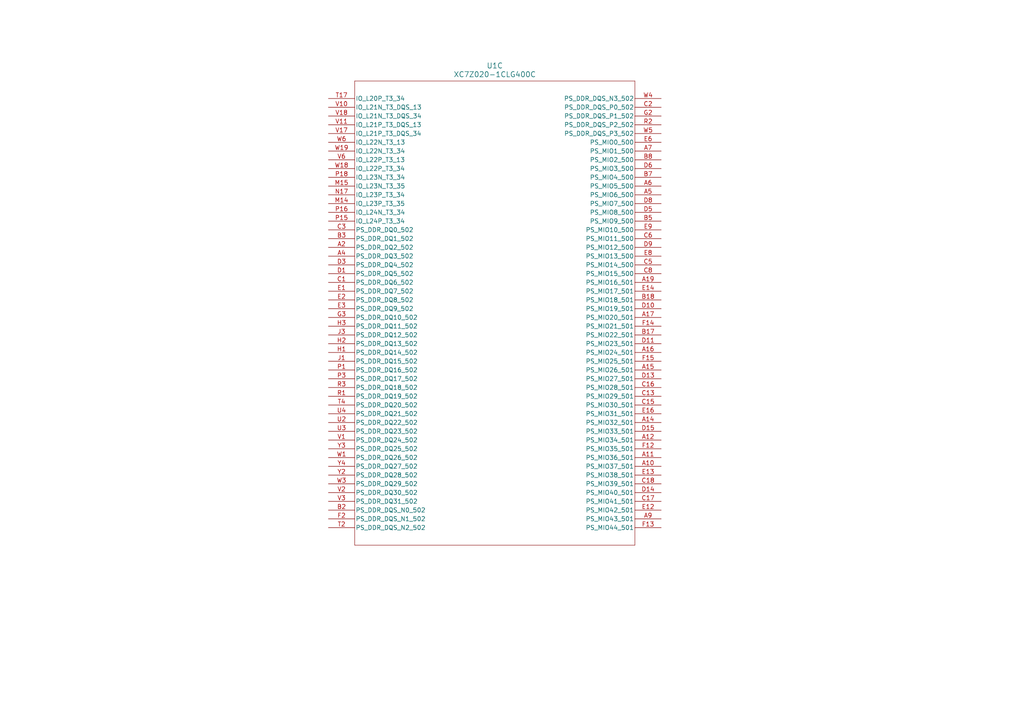
<source format=kicad_sch>
(kicad_sch (version 20231120) (generator "eeschema") (generator_version "8.0")
  (paper "A4")
  (lib_symbols
    (symbol "ZYNC-7020/XC7Z020-1CLG400C:XC7Z020-1CLG400C" (pin_names (offset 0.254))
      (property "Reference" "U" (at 43.18 10.16 0))
      (property "Value" "XC7Z020-1CLG400C" (at 43.18 7.62 0))
      (symbol "XC7Z020-1CLG400C_1_1"
        (polyline (pts (xy 7.62 -91.44) (xy 78.74 -91.44)) (stroke (width 0.127)))
        (polyline (pts (xy 7.62 5.08) (xy 7.62 -91.44)) (stroke (width 0.127)))
        (polyline (pts (xy 78.74 -91.44) (xy 78.74 5.08)) (stroke (width 0.127)))
        (polyline (pts (xy 78.74 5.08) (xy 7.62 5.08)) (stroke (width 0.127)))
        (pin output line (at 86.36 -58.42 180) (length 7.62) (name "PS_DDR_DM0_502") (number "A1"))
        (pin input line (at 0 -12.7 0) (length 7.62) (name "PS_SRST_B_501") (number "B10"))
        (pin output line (at 86.36 -68.58 180) (length 7.62) (name "PS_DDR_DRST_B_502") (number "B4"))
        (pin input line (at 0 -10.16 0) (length 7.62) (name "PS_POR_B_500") (number "C7"))
        (pin output line (at 86.36 -33.02 180) (length 7.62) (name "PS_DDR_A13_502") (number "D4"))
        (pin output line (at 86.36 -30.48 180) (length 7.62) (name "PS_DDR_A12_502") (number "E4"))
        (pin input line (at 0 -7.62 0) (length 7.62) (name "PS_CLK_500") (number "E7"))
        (pin output line (at 86.36 -60.96 180) (length 7.62) (name "PS_DDR_DM1_502") (number "F1"))
        (pin output line (at 86.36 -35.56 180) (length 7.62) (name "PS_DDR_A14_502") (number "F4"))
        (pin output line (at 86.36 -25.4 180) (length 7.62) (name "PS_DDR_A10_502") (number "F5"))
        (pin output line (at 86.36 -86.36 180) (length 7.62) (name "TDO_0") (number "F6"))
        (pin input line (at 0 -15.24 0) (length 7.62) (name "TCK_0") (number "F9"))
        (pin bidirectional line (at 0 -43.18 0) (length 7.62) (name "IO_0_35") (number "G14"))
        (pin output line (at 86.36 -27.94 180) (length 7.62) (name "PS_DDR_A11_502") (number "G4"))
        (pin output line (at 86.36 -76.2 180) (length 7.62) (name "PS_DDR_VRN_502") (number "G5"))
        (pin input line (at 0 -17.78 0) (length 7.62) (name "TDI_0") (number "G6"))
        (pin output line (at 86.36 -78.74 180) (length 7.62) (name "PS_DDR_VRP_502") (number "H5"))
        (pin bidirectional line (at 0 -50.8 0) (length 7.62) (name "IO_25_35") (number "J15"))
        (pin output line (at 86.36 -22.86 180) (length 7.62) (name "PS_DDR_A9_502") (number "J4"))
        (pin output line (at 86.36 -43.18 180) (length 7.62) (name "PS_DDR_BA2_502") (number "J5"))
        (pin input line (at 0 -20.32 0) (length 7.62) (name "TMS_0") (number "J6"))
        (pin output line (at 86.36 -20.32 180) (length 7.62) (name "PS_DDR_A8_502") (number "K1"))
        (pin output line (at 86.36 -2.54 180) (length 7.62) (name "PS_DDR_A1_502") (number "K2"))
        (pin output line (at 86.36 -7.62 180) (length 7.62) (name "PS_DDR_A3_502") (number "K3"))
        (pin output line (at 86.36 -17.78 180) (length 7.62) (name "PS_DDR_A7_502") (number "K4"))
        (pin input line (at 0 -25.4 0) (length 7.62) (name "VP_0") (number "K9"))
        (pin output line (at 86.36 -12.7 180) (length 7.62) (name "PS_DDR_A5_502") (number "L1"))
        (pin input line (at 0 -22.86 0) (length 7.62) (name "VN_0") (number "L10"))
        (pin output line (at 86.36 -53.34 180) (length 7.62) (name "PS_DDR_CKP_502") (number "L2"))
        (pin output line (at 86.36 -15.24 180) (length 7.62) (name "PS_DDR_A6_502") (number "L4"))
        (pin output line (at 86.36 -38.1 180) (length 7.62) (name "PS_DDR_BA0_502") (number "L5"))
        (pin input line (at 0 -5.08 0) (length 7.62) (name "PROGRAM_B_0") (number "L6"))
        (pin unspecified line (at 0 -33.02 0) (length 7.62) (name "DXN_0") (number "M10"))
        (pin output line (at 86.36 -50.8 180) (length 7.62) (name "PS_DDR_CKN_502") (number "M2"))
        (pin output line (at 86.36 -5.08 180) (length 7.62) (name "PS_DDR_A2_502") (number "M3"))
        (pin output line (at 86.36 -10.16 180) (length 7.62) (name "PS_DDR_A4_502") (number "M4"))
        (pin output line (at 86.36 -81.28 180) (length 7.62) (name "PS_DDR_WE_B_502") (number "M5"))
        (pin input line (at 0 0 0) (length 7.62) (name "CFGBVS_0") (number "M6"))
        (pin unspecified line (at 0 -35.56 0) (length 7.62) (name "DXP_0") (number "M9"))
        (pin output line (at 86.36 -55.88 180) (length 7.62) (name "PS_DDR_CS_B_502") (number "N1"))
        (pin output line (at 86.36 0 180) (length 7.62) (name "PS_DDR_A0_502") (number "N2"))
        (pin output line (at 86.36 -48.26 180) (length 7.62) (name "PS_DDR_CKE_502") (number "N3"))
        (pin output line (at 86.36 -71.12 180) (length 7.62) (name "PS_DDR_ODT_502") (number "N5"))
        (pin output line (at 86.36 -73.66 180) (length 7.62) (name "PS_DDR_RAS_B_502") (number "P4"))
        (pin output line (at 86.36 -45.72 180) (length 7.62) (name "PS_DDR_CAS_B_502") (number "P5"))
        (pin bidirectional line (at 0 -2.54 0) (length 7.62) (name "INIT_B_0") (number "R10"))
        (pin bidirectional line (at 0 -30.48 0) (length 7.62) (name "DONE_0") (number "R11"))
        (pin bidirectional line (at 0 -40.64 0) (length 7.62) (name "IO_0_34") (number "R19"))
        (pin output line (at 86.36 -40.64 180) (length 7.62) (name "PS_DDR_BA1_502") (number "R4"))
        (pin output line (at 86.36 -63.5 180) (length 7.62) (name "PS_DDR_DM2_502") (number "T1"))
        (pin bidirectional line (at 0 -48.26 0) (length 7.62) (name "IO_25_34") (number "T19"))
        (pin output line (at 86.36 -66.04 180) (length 7.62) (name "PS_DDR_DM3_502") (number "Y1"))
      )
      (symbol "XC7Z020-1CLG400C_2_1"
        (polyline (pts (xy 7.62 -129.54) (xy 114.3 -129.54)) (stroke (width 0.127)))
        (polyline (pts (xy 7.62 5.08) (xy 7.62 -129.54)) (stroke (width 0.127)))
        (polyline (pts (xy 114.3 -129.54) (xy 114.3 5.08)) (stroke (width 0.127)))
        (polyline (pts (xy 114.3 5.08) (xy 7.62 5.08)) (stroke (width 0.127)))
        (pin bidirectional line (at 121.92 -5.08 180) (length 7.62) (name "IO_L2N_T0_AD8N_35") (number "A20"))
        (pin bidirectional line (at 121.92 -7.62 180) (length 7.62) (name "IO_L2P_T0_AD8P_35") (number "B19"))
        (pin bidirectional line (at 121.92 0 180) (length 7.62) (name "IO_L1N_T0_AD0N_35") (number "B20"))
        (pin bidirectional line (at 121.92 -2.54 180) (length 7.62) (name "IO_L1P_T0_AD0P_35") (number "C20"))
        (pin bidirectional line (at 121.92 -10.16 180) (length 7.62) (name "IO_L3N_T0_DQS_AD1N_35") (number "D18"))
        (pin bidirectional line (at 0 -22.86 0) (length 7.62) (name "IO_L4P_T0_35") (number "D19"))
        (pin bidirectional line (at 0 -17.78 0) (length 7.62) (name "IO_L4N_T0_35") (number "D20"))
        (pin bidirectional line (at 121.92 -12.7 180) (length 7.62) (name "IO_L3P_T0_DQS_AD1P_35") (number "E17"))
        (pin bidirectional line (at 121.92 -17.78 180) (length 7.62) (name "IO_L5P_T0_AD9P_35") (number "E18"))
        (pin bidirectional line (at 121.92 -15.24 180) (length 7.62) (name "IO_L5N_T0_AD9N_35") (number "E19"))
        (pin bidirectional line (at 0 -33.02 0) (length 7.62) (name "IO_L6P_T0_35") (number "F16"))
        (pin bidirectional line (at 121.92 -48.26 180) (length 7.62) (name "IO_L15P_T2_DQS_AD12P_35") (number "F19"))
        (pin bidirectional line (at 121.92 -45.72 180) (length 7.62) (name "IO_L15N_T2_DQS_AD12N_35") (number "F20"))
        (pin bidirectional line (at 121.92 -88.9 180) (length 7.62) (name "IO_L16P_T2_35") (number "G17"))
        (pin bidirectional line (at 121.92 -81.28 180) (length 7.62) (name "IO_L16N_T2_35") (number "G18"))
        (pin bidirectional line (at 121.92 -58.42 180) (length 7.62) (name "IO_L18P_T2_AD13P_35") (number "G19"))
        (pin bidirectional line (at 121.92 -55.88 180) (length 7.62) (name "IO_L18N_T2_AD13N_35") (number "G20"))
        (pin bidirectional line (at 121.92 -116.84 180) (length 7.62) (name "IO_L19P_T3_35") (number "H15"))
        (pin bidirectional line (at 0 -99.06 0) (length 7.62) (name "IO_L13P_T2_MRCC_35") (number "H16"))
        (pin bidirectional line (at 0 -91.44 0) (length 7.62) (name "IO_L13N_T2_MRCC_35") (number "H17"))
        (pin bidirectional line (at 121.92 -40.64 180) (length 7.62) (name "IO_L14N_T2_AD4N_SRCC_35") (number "H18"))
        (pin bidirectional line (at 121.92 -50.8 180) (length 7.62) (name "IO_L17N_T2_AD5N_35") (number "H20"))
        (pin bidirectional line (at 121.92 -60.96 180) (length 7.62) (name "IO_L20N_T3_AD6N_35") (number "J14"))
        (pin bidirectional line (at 121.92 -76.2 180) (length 7.62) (name "IO_L24N_T3_AD15N_35") (number "J16"))
        (pin bidirectional line (at 121.92 -43.18 180) (length 7.62) (name "IO_L14P_T2_AD4P_SRCC_35") (number "J18"))
        (pin bidirectional line (at 121.92 -35.56 180) (length 7.62) (name "IO_L10N_T1_AD11N_35") (number "J19"))
        (pin bidirectional line (at 121.92 -53.34 180) (length 7.62) (name "IO_L17P_T2_AD5P_35") (number "J20"))
        (pin bidirectional line (at 121.92 -63.5 180) (length 7.62) (name "IO_L20P_T3_AD6P_35") (number "K14"))
        (pin bidirectional line (at 121.92 -78.74 180) (length 7.62) (name "IO_L24P_T3_AD15P_35") (number "K16"))
        (pin bidirectional line (at 0 -83.82 0) (length 7.62) (name "IO_L12P_T1_MRCC_35") (number "K17"))
        (pin bidirectional line (at 0 -76.2 0) (length 7.62) (name "IO_L12N_T1_MRCC_35") (number "K18"))
        (pin bidirectional line (at 121.92 -38.1 180) (length 7.62) (name "IO_L10P_T1_AD11P_35") (number "K19"))
        (pin bidirectional line (at 121.92 -73.66 180) (length 7.62) (name "IO_L22P_T3_AD7P_35") (number "L14"))
        (pin bidirectional line (at 121.92 -71.12 180) (length 7.62) (name "IO_L22N_T3_AD7N_35") (number "L15"))
        (pin bidirectional line (at 0 -68.58 0) (length 7.62) (name "IO_L11P_T1_SRCC_35") (number "L16"))
        (pin bidirectional line (at 0 -60.96 0) (length 7.62) (name "IO_L11N_T1_SRCC_35") (number "L17"))
        (pin bidirectional line (at 121.92 -33.02 180) (length 7.62) (name "IO_L9P_T1_DQS_AD3P_35") (number "L19"))
        (pin bidirectional line (at 121.92 -30.48 180) (length 7.62) (name "IO_L9N_T1_DQS_AD3N_35") (number "L20"))
        (pin bidirectional line (at 121.92 -27.94 180) (length 7.62) (name "IO_L8P_T1_AD10P_35") (number "M17"))
        (pin bidirectional line (at 121.92 -25.4 180) (length 7.62) (name "IO_L8N_T1_AD10N_35") (number "M18"))
        (pin bidirectional line (at 121.92 -22.86 180) (length 7.62) (name "IO_L7P_T1_AD2P_35") (number "M19"))
        (pin bidirectional line (at 121.92 -20.32 180) (length 7.62) (name "IO_L7N_T1_AD2N_35") (number "M20"))
        (pin bidirectional line (at 121.92 -68.58 180) (length 7.62) (name "IO_L21P_T3_DQS_AD14P_35") (number "N15"))
        (pin bidirectional line (at 121.92 -66.04 180) (length 7.62) (name "IO_L21N_T3_DQS_AD14N_35") (number "N16"))
        (pin bidirectional line (at 0 -96.52 0) (length 7.62) (name "IO_L13P_T2_MRCC_34") (number "N18"))
        (pin bidirectional line (at 0 -109.22 0) (length 7.62) (name "IO_L14P_T2_SRCC_34") (number "N20"))
        (pin bidirectional line (at 0 -30.48 0) (length 7.62) (name "IO_L6P_T0_34") (number "P14"))
        (pin bidirectional line (at 0 -88.9 0) (length 7.62) (name "IO_L13N_T2_MRCC_34") (number "P19"))
        (pin bidirectional line (at 0 -104.14 0) (length 7.62) (name "IO_L14N_T2_SRCC_34") (number "P20"))
        (pin bidirectional line (at 121.92 -114.3 180) (length 7.62) (name "IO_L19P_T3_34") (number "R16"))
        (pin bidirectional line (at 121.92 -121.92 180) (length 7.62) (name "IO_L20N_T3_34") (number "R18"))
        (pin bidirectional line (at 0 0 0) (length 7.62) (name "IO_L1N_T0_34") (number "T10"))
        (pin bidirectional line (at 0 -2.54 0) (length 7.62) (name "IO_L1P_T0_34") (number "T11"))
        (pin bidirectional line (at 0 -7.62 0) (length 7.62) (name "IO_L2P_T0_34") (number "T12"))
        (pin bidirectional line (at 0 -27.94 0) (length 7.62) (name "IO_L5P_T0_34") (number "T14"))
        (pin bidirectional line (at 0 -25.4 0) (length 7.62) (name "IO_L5N_T0_34") (number "T15"))
        (pin bidirectional line (at 0 -48.26 0) (length 7.62) (name "IO_L9P_T1_DQS_34") (number "T16"))
        (pin bidirectional line (at 0 -119.38 0) (length 7.62) (name "IO_L15P_T2_DQS_34") (number "T20"))
        (pin bidirectional line (at 121.92 -111.76 180) (length 7.62) (name "IO_L19P_T3_13") (number "T5"))
        (pin bidirectional line (at 0 -78.74 0) (length 7.62) (name "IO_L12P_T1_MRCC_13") (number "T9"))
        (pin bidirectional line (at 0 -71.12 0) (length 7.62) (name "IO_L12N_T1_MRCC_13") (number "U10"))
        (pin bidirectional line (at 0 -5.08 0) (length 7.62) (name "IO_L2N_T0_34") (number "U12"))
        (pin bidirectional line (at 0 -12.7 0) (length 7.62) (name "IO_L3P_T0_DQS_PUDC_B_34") (number "U13"))
        (pin bidirectional line (at 0 -66.04 0) (length 7.62) (name "IO_L11P_T1_SRCC_34") (number "U14"))
        (pin bidirectional line (at 0 -58.42 0) (length 7.62) (name "IO_L11N_T1_SRCC_34") (number "U15"))
        (pin bidirectional line (at 0 -45.72 0) (length 7.62) (name "IO_L9N_T1_DQS_34") (number "U17"))
        (pin bidirectional line (at 0 -81.28 0) (length 7.62) (name "IO_L12P_T1_MRCC_34") (number "U18"))
        (pin bidirectional line (at 0 -73.66 0) (length 7.62) (name "IO_L12N_T1_MRCC_34") (number "U19"))
        (pin bidirectional line (at 0 -114.3 0) (length 7.62) (name "IO_L15N_T2_DQS_34") (number "U20"))
        (pin bidirectional line (at 0 -63.5 0) (length 7.62) (name "IO_L11P_T1_SRCC_13") (number "U7"))
        (pin bidirectional line (at 121.92 -91.44 180) (length 7.62) (name "IO_L17N_T2_13") (number "U8"))
        (pin bidirectional line (at 121.92 -96.52 180) (length 7.62) (name "IO_L17P_T2_13") (number "U9"))
        (pin bidirectional line (at 0 -20.32 0) (length 7.62) (name "IO_L4P_T0_34") (number "V12"))
        (pin bidirectional line (at 0 -10.16 0) (length 7.62) (name "IO_L3N_T0_DQS_34") (number "V13"))
        (pin bidirectional line (at 0 -53.34 0) (length 7.62) (name "IO_L10P_T1_34") (number "V15"))
        (pin bidirectional line (at 121.92 -109.22 180) (length 7.62) (name "IO_L18P_T2_34") (number "V16"))
        (pin bidirectional line (at 121.92 -86.36 180) (length 7.62) (name "IO_L16P_T2_34") (number "V20"))
        (pin bidirectional line (at 0 -55.88 0) (length 7.62) (name "IO_L11N_T1_SRCC_13") (number "V7"))
        (pin bidirectional line (at 0 -116.84 0) (length 7.62) (name "IO_L15P_T2_DQS_13") (number "V8"))
        (pin bidirectional line (at 121.92 -83.82 180) (length 7.62) (name "IO_L16P_T2_13") (number "W10"))
        (pin bidirectional line (at 121.92 -106.68 180) (length 7.62) (name "IO_L18P_T2_13") (number "W11"))
        (pin bidirectional line (at 0 -15.24 0) (length 7.62) (name "IO_L4N_T0_34") (number "W13"))
        (pin bidirectional line (at 0 -43.18 0) (length 7.62) (name "IO_L8P_T1_34") (number "W14"))
        (pin bidirectional line (at 0 -50.8 0) (length 7.62) (name "IO_L10N_T1_34") (number "W15"))
        (pin bidirectional line (at 121.92 -104.14 180) (length 7.62) (name "IO_L18N_T2_34") (number "W16"))
        (pin bidirectional line (at 0 -124.46 0) (length 7.62) (name "IO_L16N_T2_34") (number "W20"))
        (pin bidirectional line (at 0 -111.76 0) (length 7.62) (name "IO_L15N_T2_DQS_13") (number "W8"))
        (pin bidirectional line (at 0 -121.92 0) (length 7.62) (name "IO_L16N_T2_13") (number "W9"))
        (pin bidirectional line (at 121.92 -101.6 180) (length 7.62) (name "IO_L18N_T2_13") (number "Y11"))
        (pin bidirectional line (at 121.92 -124.46 180) (length 7.62) (name "IO_L20P_T3_13") (number "Y12"))
        (pin bidirectional line (at 121.92 -119.38 180) (length 7.62) (name "IO_L20N_T3_13") (number "Y13"))
        (pin bidirectional line (at 0 -40.64 0) (length 7.62) (name "IO_L8N_T1_34") (number "Y14"))
        (pin bidirectional line (at 0 -38.1 0) (length 7.62) (name "IO_L7P_T1_34") (number "Y16"))
        (pin bidirectional line (at 0 -35.56 0) (length 7.62) (name "IO_L7N_T1_34") (number "Y17"))
        (pin bidirectional line (at 121.92 -99.06 180) (length 7.62) (name "IO_L17P_T2_34") (number "Y18"))
        (pin bidirectional line (at 121.92 -93.98 180) (length 7.62) (name "IO_L17N_T2_34") (number "Y19"))
        (pin bidirectional line (at 0 -86.36 0) (length 7.62) (name "IO_L13N_T2_MRCC_13") (number "Y6"))
        (pin bidirectional line (at 0 -93.98 0) (length 7.62) (name "IO_L13P_T2_MRCC_13") (number "Y7"))
        (pin bidirectional line (at 0 -101.6 0) (length 7.62) (name "IO_L14N_T2_SRCC_13") (number "Y8"))
        (pin bidirectional line (at 0 -106.68 0) (length 7.62) (name "IO_L14P_T2_SRCC_13") (number "Y9"))
      )
      (symbol "XC7Z020-1CLG400C_3_1"
        (polyline (pts (xy 7.62 -129.54) (xy 88.9 -129.54)) (stroke (width 0.127)))
        (polyline (pts (xy 7.62 5.08) (xy 7.62 -129.54)) (stroke (width 0.127)))
        (polyline (pts (xy 88.9 -129.54) (xy 88.9 5.08)) (stroke (width 0.127)))
        (polyline (pts (xy 88.9 5.08) (xy 7.62 5.08)) (stroke (width 0.127)))
        (pin bidirectional line (at 96.52 -106.68 180) (length 7.62) (name "PS_MIO37_501") (number "A10"))
        (pin bidirectional line (at 96.52 -104.14 180) (length 7.62) (name "PS_MIO36_501") (number "A11"))
        (pin bidirectional line (at 96.52 -99.06 180) (length 7.62) (name "PS_MIO34_501") (number "A12"))
        (pin bidirectional line (at 96.52 -93.98 180) (length 7.62) (name "PS_MIO32_501") (number "A14"))
        (pin bidirectional line (at 96.52 -78.74 180) (length 7.62) (name "PS_MIO26_501") (number "A15"))
        (pin bidirectional line (at 96.52 -73.66 180) (length 7.62) (name "PS_MIO24_501") (number "A16"))
        (pin bidirectional line (at 96.52 -63.5 180) (length 7.62) (name "PS_MIO20_501") (number "A17"))
        (pin bidirectional line (at 96.52 -53.34 180) (length 7.62) (name "PS_MIO16_501") (number "A19"))
        (pin bidirectional line (at 0 -43.18 0) (length 7.62) (name "PS_DDR_DQ2_502") (number "A2"))
        (pin bidirectional line (at 0 -45.72 0) (length 7.62) (name "PS_DDR_DQ3_502") (number "A4"))
        (pin bidirectional line (at 96.52 -27.94 180) (length 7.62) (name "PS_MIO6_500") (number "A5"))
        (pin bidirectional line (at 96.52 -25.4 180) (length 7.62) (name "PS_MIO5_500") (number "A6"))
        (pin bidirectional line (at 96.52 -15.24 180) (length 7.62) (name "PS_MIO1_500") (number "A7"))
        (pin bidirectional line (at 96.52 -121.92 180) (length 7.62) (name "PS_MIO43_501") (number "A9"))
        (pin bidirectional line (at 96.52 -68.58 180) (length 7.62) (name "PS_MIO22_501") (number "B17"))
        (pin bidirectional line (at 96.52 -58.42 180) (length 7.62) (name "PS_MIO18_501") (number "B18"))
        (pin bidirectional line (at 0 -119.38 0) (length 7.62) (name "PS_DDR_DQS_N0_502") (number "B2"))
        (pin bidirectional line (at 0 -40.64 0) (length 7.62) (name "PS_DDR_DQ1_502") (number "B3"))
        (pin bidirectional line (at 96.52 -35.56 180) (length 7.62) (name "PS_MIO9_500") (number "B5"))
        (pin bidirectional line (at 96.52 -22.86 180) (length 7.62) (name "PS_MIO4_500") (number "B7"))
        (pin bidirectional line (at 96.52 -17.78 180) (length 7.62) (name "PS_MIO2_500") (number "B8"))
        (pin bidirectional line (at 0 -53.34 0) (length 7.62) (name "PS_DDR_DQ6_502") (number "C1"))
        (pin bidirectional line (at 96.52 -86.36 180) (length 7.62) (name "PS_MIO29_501") (number "C13"))
        (pin bidirectional line (at 96.52 -88.9 180) (length 7.62) (name "PS_MIO30_501") (number "C15"))
        (pin bidirectional line (at 96.52 -83.82 180) (length 7.62) (name "PS_MIO28_501") (number "C16"))
        (pin bidirectional line (at 96.52 -116.84 180) (length 7.62) (name "PS_MIO41_501") (number "C17"))
        (pin bidirectional line (at 96.52 -111.76 180) (length 7.62) (name "PS_MIO39_501") (number "C18"))
        (pin bidirectional line (at 96.52 -2.54 180) (length 7.62) (name "PS_DDR_DQS_P0_502") (number "C2"))
        (pin bidirectional line (at 0 -38.1 0) (length 7.62) (name "PS_DDR_DQ0_502") (number "C3"))
        (pin bidirectional line (at 96.52 -48.26 180) (length 7.62) (name "PS_MIO14_500") (number "C5"))
        (pin bidirectional line (at 96.52 -40.64 180) (length 7.62) (name "PS_MIO11_500") (number "C6"))
        (pin bidirectional line (at 96.52 -50.8 180) (length 7.62) (name "PS_MIO15_500") (number "C8"))
        (pin bidirectional line (at 0 -50.8 0) (length 7.62) (name "PS_DDR_DQ5_502") (number "D1"))
        (pin bidirectional line (at 96.52 -60.96 180) (length 7.62) (name "PS_MIO19_501") (number "D10"))
        (pin bidirectional line (at 96.52 -71.12 180) (length 7.62) (name "PS_MIO23_501") (number "D11"))
        (pin bidirectional line (at 96.52 -81.28 180) (length 7.62) (name "PS_MIO27_501") (number "D13"))
        (pin bidirectional line (at 96.52 -114.3 180) (length 7.62) (name "PS_MIO40_501") (number "D14"))
        (pin bidirectional line (at 96.52 -96.52 180) (length 7.62) (name "PS_MIO33_501") (number "D15"))
        (pin bidirectional line (at 0 -48.26 0) (length 7.62) (name "PS_DDR_DQ4_502") (number "D3"))
        (pin bidirectional line (at 96.52 -33.02 180) (length 7.62) (name "PS_MIO8_500") (number "D5"))
        (pin bidirectional line (at 96.52 -20.32 180) (length 7.62) (name "PS_MIO3_500") (number "D6"))
        (pin bidirectional line (at 96.52 -30.48 180) (length 7.62) (name "PS_MIO7_500") (number "D8"))
        (pin bidirectional line (at 96.52 -43.18 180) (length 7.62) (name "PS_MIO12_500") (number "D9"))
        (pin bidirectional line (at 0 -55.88 0) (length 7.62) (name "PS_DDR_DQ7_502") (number "E1"))
        (pin bidirectional line (at 96.52 -119.38 180) (length 7.62) (name "PS_MIO42_501") (number "E12"))
        (pin bidirectional line (at 96.52 -109.22 180) (length 7.62) (name "PS_MIO38_501") (number "E13"))
        (pin bidirectional line (at 96.52 -55.88 180) (length 7.62) (name "PS_MIO17_501") (number "E14"))
        (pin bidirectional line (at 96.52 -91.44 180) (length 7.62) (name "PS_MIO31_501") (number "E16"))
        (pin bidirectional line (at 0 -58.42 0) (length 7.62) (name "PS_DDR_DQ8_502") (number "E2"))
        (pin bidirectional line (at 0 -60.96 0) (length 7.62) (name "PS_DDR_DQ9_502") (number "E3"))
        (pin bidirectional line (at 96.52 -12.7 180) (length 7.62) (name "PS_MIO0_500") (number "E6"))
        (pin bidirectional line (at 96.52 -45.72 180) (length 7.62) (name "PS_MIO13_500") (number "E8"))
        (pin bidirectional line (at 96.52 -38.1 180) (length 7.62) (name "PS_MIO10_500") (number "E9"))
        (pin bidirectional line (at 96.52 -101.6 180) (length 7.62) (name "PS_MIO35_501") (number "F12"))
        (pin bidirectional line (at 96.52 -124.46 180) (length 7.62) (name "PS_MIO44_501") (number "F13"))
        (pin bidirectional line (at 96.52 -66.04 180) (length 7.62) (name "PS_MIO21_501") (number "F14"))
        (pin bidirectional line (at 96.52 -76.2 180) (length 7.62) (name "PS_MIO25_501") (number "F15"))
        (pin bidirectional line (at 0 -121.92 0) (length 7.62) (name "PS_DDR_DQS_N1_502") (number "F2"))
        (pin bidirectional line (at 96.52 -5.08 180) (length 7.62) (name "PS_DDR_DQS_P1_502") (number "G2"))
        (pin bidirectional line (at 0 -63.5 0) (length 7.62) (name "PS_DDR_DQ10_502") (number "G3"))
        (pin bidirectional line (at 0 -73.66 0) (length 7.62) (name "PS_DDR_DQ14_502") (number "H1"))
        (pin bidirectional line (at 0 -71.12 0) (length 7.62) (name "PS_DDR_DQ13_502") (number "H2"))
        (pin bidirectional line (at 0 -66.04 0) (length 7.62) (name "PS_DDR_DQ11_502") (number "H3"))
        (pin bidirectional line (at 0 -76.2 0) (length 7.62) (name "PS_DDR_DQ15_502") (number "J1"))
        (pin bidirectional line (at 0 -68.58 0) (length 7.62) (name "PS_DDR_DQ12_502") (number "J3"))
        (pin bidirectional line (at 0 -30.48 0) (length 7.62) (name "IO_L23P_T3_35") (number "M14"))
        (pin bidirectional line (at 0 -25.4 0) (length 7.62) (name "IO_L23N_T3_35") (number "M15"))
        (pin bidirectional line (at 0 -27.94 0) (length 7.62) (name "IO_L23P_T3_34") (number "N17"))
        (pin bidirectional line (at 0 -78.74 0) (length 7.62) (name "PS_DDR_DQ16_502") (number "P1"))
        (pin bidirectional line (at 0 -35.56 0) (length 7.62) (name "IO_L24P_T3_34") (number "P15"))
        (pin bidirectional line (at 0 -33.02 0) (length 7.62) (name "IO_L24N_T3_34") (number "P16"))
        (pin bidirectional line (at 0 -22.86 0) (length 7.62) (name "IO_L23N_T3_34") (number "P18"))
        (pin bidirectional line (at 0 -81.28 0) (length 7.62) (name "PS_DDR_DQ17_502") (number "P3"))
        (pin bidirectional line (at 0 -86.36 0) (length 7.62) (name "PS_DDR_DQ19_502") (number "R1"))
        (pin bidirectional line (at 96.52 -7.62 180) (length 7.62) (name "PS_DDR_DQS_P2_502") (number "R2"))
        (pin bidirectional line (at 0 -83.82 0) (length 7.62) (name "PS_DDR_DQ18_502") (number "R3"))
        (pin bidirectional line (at 0 0 0) (length 7.62) (name "IO_L20P_T3_34") (number "T17"))
        (pin bidirectional line (at 0 -124.46 0) (length 7.62) (name "PS_DDR_DQS_N2_502") (number "T2"))
        (pin bidirectional line (at 0 -88.9 0) (length 7.62) (name "PS_DDR_DQ20_502") (number "T4"))
        (pin bidirectional line (at 0 -93.98 0) (length 7.62) (name "PS_DDR_DQ22_502") (number "U2"))
        (pin bidirectional line (at 0 -96.52 0) (length 7.62) (name "PS_DDR_DQ23_502") (number "U3"))
        (pin bidirectional line (at 0 -91.44 0) (length 7.62) (name "PS_DDR_DQ21_502") (number "U4"))
        (pin bidirectional line (at 0 -99.06 0) (length 7.62) (name "PS_DDR_DQ24_502") (number "V1"))
        (pin bidirectional line (at 0 -2.54 0) (length 7.62) (name "IO_L21N_T3_DQS_13") (number "V10"))
        (pin bidirectional line (at 0 -7.62 0) (length 7.62) (name "IO_L21P_T3_DQS_13") (number "V11"))
        (pin bidirectional line (at 0 -10.16 0) (length 7.62) (name "IO_L21P_T3_DQS_34") (number "V17"))
        (pin bidirectional line (at 0 -5.08 0) (length 7.62) (name "IO_L21N_T3_DQS_34") (number "V18"))
        (pin bidirectional line (at 0 -114.3 0) (length 7.62) (name "PS_DDR_DQ30_502") (number "V2"))
        (pin bidirectional line (at 0 -116.84 0) (length 7.62) (name "PS_DDR_DQ31_502") (number "V3"))
        (pin bidirectional line (at 0 -17.78 0) (length 7.62) (name "IO_L22P_T3_13") (number "V6"))
        (pin bidirectional line (at 0 -104.14 0) (length 7.62) (name "PS_DDR_DQ26_502") (number "W1"))
        (pin bidirectional line (at 0 -20.32 0) (length 7.62) (name "IO_L22P_T3_34") (number "W18"))
        (pin bidirectional line (at 0 -15.24 0) (length 7.62) (name "IO_L22N_T3_34") (number "W19"))
        (pin bidirectional line (at 0 -111.76 0) (length 7.62) (name "PS_DDR_DQ29_502") (number "W3"))
        (pin bidirectional line (at 96.52 0 180) (length 7.62) (name "PS_DDR_DQS_N3_502") (number "W4"))
        (pin bidirectional line (at 96.52 -10.16 180) (length 7.62) (name "PS_DDR_DQS_P3_502") (number "W5"))
        (pin bidirectional line (at 0 -12.7 0) (length 7.62) (name "IO_L22N_T3_13") (number "W6"))
        (pin bidirectional line (at 0 -109.22 0) (length 7.62) (name "PS_DDR_DQ28_502") (number "Y2"))
        (pin bidirectional line (at 0 -101.6 0) (length 7.62) (name "PS_DDR_DQ25_502") (number "Y3"))
        (pin bidirectional line (at 0 -106.68 0) (length 7.62) (name "PS_DDR_DQ27_502") (number "Y4"))
      )
      (symbol "XC7Z020-1CLG400C_4_1"
        (polyline (pts (xy 7.62 -25.4) (xy 43.18 -25.4)) (stroke (width 0.127)))
        (polyline (pts (xy 7.62 5.08) (xy 7.62 -25.4)) (stroke (width 0.127)))
        (polyline (pts (xy 43.18 -25.4) (xy 43.18 5.08)) (stroke (width 0.127)))
        (polyline (pts (xy 43.18 5.08) (xy 7.62 5.08)) (stroke (width 0.127)))
        (pin bidirectional line (at 0 -7.62 0) (length 7.62) (name "PS_MIO48_501") (number "B12"))
        (pin bidirectional line (at 0 -12.7 0) (length 7.62) (name "PS_MIO50_501") (number "B13"))
        (pin bidirectional line (at 0 -5.08 0) (length 7.62) (name "PS_MIO47_501") (number "B14"))
        (pin bidirectional line (at 0 0 0) (length 7.62) (name "PS_MIO45_501") (number "B15"))
        (pin bidirectional line (at 0 -15.24 0) (length 7.62) (name "PS_MIO51_501") (number "B9"))
        (pin bidirectional line (at 0 -17.78 0) (length 7.62) (name "PS_MIO52_501") (number "C10"))
        (pin bidirectional line (at 0 -20.32 0) (length 7.62) (name "PS_MIO53_501") (number "C11"))
        (pin bidirectional line (at 0 -10.16 0) (length 7.62) (name "PS_MIO49_501") (number "C12"))
        (pin bidirectional line (at 0 -2.54 0) (length 7.62) (name "PS_MIO46_501") (number "D16"))
      )
      (symbol "XC7Z020-1CLG400C_5_1"
        (polyline (pts (xy 7.62 -101.6) (xy 53.34 -101.6)) (stroke (width 0.127)))
        (polyline (pts (xy 7.62 7.62) (xy 7.62 -101.6)) (stroke (width 0.127)))
        (polyline (pts (xy 53.34 -101.6) (xy 53.34 7.62)) (stroke (width 0.127)))
        (polyline (pts (xy 53.34 7.62) (xy 7.62 7.62)) (stroke (width 0.127)))
        (pin power_in line (at 0 -25.4 0) (length 7.62) (name "PS_MIO_VREF_501") (number "E11"))
        (pin power_in line (at 0 -60.96 0) (length 7.62) (name "VCCBATT_0") (number "F11"))
        (pin bidirectional line (at 0 -5.08 0) (length 7.62) (name "IO_L6N_T0_VREF_35") (number "F17"))
        (pin power_in line (at 0 -63.5 0) (length 7.62) (name "VCCBRAM") (number "G11"))
        (pin power_in line (at 0 -71.12 0) (length 7.62) (name "VCCINT") (number "G13"))
        (pin bidirectional line (at 0 -12.7 0) (length 7.62) (name "IO_L19N_T3_VREF_35") (number "G15"))
        (pin power_in line (at 0 -66.04 0) (length 7.62) (name "VCCBRAM") (number "H10"))
        (pin power_in line (at 0 -73.66 0) (length 7.62) (name "VCCINT") (number "H12"))
        (pin power_in line (at 0 -17.78 0) (length 7.62) (name "PS_DDR_VREF0_502") (number "H6"))
        (pin power_in line (at 0 -48.26 0) (length 7.62) (name "VCCAUX") (number "J11"))
        (pin power_in line (at 0 -76.2 0) (length 7.62) (name "VCCINT") (number "J13"))
        (pin power_in line (at 0 -40.64 0) (length 7.62) (name "VCCADC_0") (number "J9"))
        (pin power_in line (at 0 -78.74 0) (length 7.62) (name "VCCINT") (number "K12"))
        (pin power_in line (at 0 -96.52 0) (length 7.62) (name "VCCO_0") (number "K6"))
        (pin power_in line (at 0 -50.8 0) (length 7.62) (name "VCCAUX") (number "L11"))
        (pin power_in line (at 0 -81.28 0) (length 7.62) (name "VCCINT") (number "L13"))
        (pin power_in line (at 0 -83.82 0) (length 7.62) (name "VCCINT") (number "M12"))
        (pin power_in line (at 0 -53.34 0) (length 7.62) (name "VCCAUX") (number "N11"))
        (pin power_in line (at 0 -86.36 0) (length 7.62) (name "VCCINT") (number "N13"))
        (pin power_in line (at 0 -35.56 0) (length 7.62) (name "RSVDVCC3") (number "N6"))
        (pin power_in line (at 0 -43.18 0) (length 7.62) (name "VCCAUX") (number "N9"))
        (pin power_in line (at 0 -55.88 0) (length 7.62) (name "VCCAUX") (number "P10"))
        (pin power_in line (at 0 -88.9 0) (length 7.62) (name "VCCINT") (number "P12"))
        (pin power_in line (at 0 -20.32 0) (length 7.62) (name "PS_DDR_VREF1_502") (number "P6"))
        (pin power_in line (at 0 -91.44 0) (length 7.62) (name "VCCINT") (number "R13"))
        (pin bidirectional line (at 0 -2.54 0) (length 7.62) (name "IO_L6N_T0_VREF_34") (number "R14"))
        (pin bidirectional line (at 0 -10.16 0) (length 7.62) (name "IO_L19N_T3_VREF_34") (number "R17"))
        (pin power_in line (at 0 -33.02 0) (length 7.62) (name "RSVDVCC2") (number "R6"))
        (pin power_in line (at 0 -45.72 0) (length 7.62) (name "VCCAUX") (number "R9"))
        (pin power_in line (at 0 -30.48 0) (length 7.62) (name "RSVDVCC1") (number "T6"))
        (pin bidirectional line (at 0 -7.62 0) (length 7.62) (name "IO_L19N_T3_VREF_13") (number "U5"))
        (pin bidirectional line (at 0 0 0) (length 7.62) (name "IO_L6N_T0_VREF_13") (number "V5"))
      )
      (symbol "XC7Z020-1CLG400C_6_1"
        (polyline (pts (xy 7.62 -132.08) (xy 43.18 -132.08)) (stroke (width 0.127)))
        (polyline (pts (xy 7.62 5.08) (xy 7.62 -132.08)) (stroke (width 0.127)))
        (polyline (pts (xy 43.18 -132.08) (xy 43.18 5.08)) (stroke (width 0.127)))
        (polyline (pts (xy 43.18 5.08) (xy 7.62 5.08)) (stroke (width 0.127)))
        (pin power_in line (at 0 -71.12 0) (length 7.62) (name "VCCO_MIO1_501") (number "A13"))
        (pin power_in line (at 0 -40.64 0) (length 7.62) (name "VCCO_DDR_502") (number "A3"))
        (pin power_out line (at 0 -124.46 0) (length 7.62) (name "GND") (number "A8"))
        (pin power_out line (at 0 -127 0) (length 7.62) (name "GND") (number "B1"))
        (pin power_in line (at 0 -73.66 0) (length 7.62) (name "VCCO_MIO1_501") (number "B16"))
        (pin power_in line (at 0 -66.04 0) (length 7.62) (name "VCCO_MIO0_500") (number "B6"))
        (pin power_in line (at 0 -25.4 0) (length 7.62) (name "VCCO_35") (number "C19"))
        (pin power_in line (at 0 -76.2 0) (length 7.62) (name "VCCO_MIO1_501") (number "D12"))
        (pin power_in line (at 0 -43.18 0) (length 7.62) (name "VCCO_DDR_502") (number "D2"))
        (pin power_in line (at 0 -68.58 0) (length 7.62) (name "VCCO_MIO0_500") (number "D7"))
        (pin power_in line (at 0 -78.74 0) (length 7.62) (name "VCCO_MIO1_501") (number "E15"))
        (pin power_in line (at 0 -45.72 0) (length 7.62) (name "VCCO_DDR_502") (number "E5"))
        (pin power_in line (at 0 -27.94 0) (length 7.62) (name "VCCO_35") (number "F18"))
        (pin power_in line (at 0 -83.82 0) (length 7.62) (name "VCCPAUX") (number "F8"))
        (pin power_in line (at 0 -48.26 0) (length 7.62) (name "VCCO_DDR_502") (number "G1"))
        (pin power_in line (at 0 -96.52 0) (length 7.62) (name "VCCPINT") (number "G7"))
        (pin power_in line (at 0 -111.76 0) (length 7.62) (name "VCCPLL") (number "G8"))
        (pin power_in line (at 0 -86.36 0) (length 7.62) (name "VCCPAUX") (number "G9"))
        (pin power_in line (at 0 -30.48 0) (length 7.62) (name "VCCO_35") (number "H14"))
        (pin power_in line (at 0 -50.8 0) (length 7.62) (name "VCCO_DDR_502") (number "H4"))
        (pin power_in line (at 0 -88.9 0) (length 7.62) (name "VCCPAUX") (number "H8"))
        (pin power_in line (at 0 -33.02 0) (length 7.62) (name "VCCO_35") (number "J17"))
        (pin power_in line (at 0 -99.06 0) (length 7.62) (name "VCCPINT") (number "J7"))
        (pin power_in line (at 0 -116.84 0) (length 7.62) (name "VREFN_0") (number "K10"))
        (pin power_in line (at 0 -35.56 0) (length 7.62) (name "VCCO_35") (number "K20"))
        (pin power_in line (at 0 -91.44 0) (length 7.62) (name "VCCPAUX") (number "K8"))
        (pin power_in line (at 0 -53.34 0) (length 7.62) (name "VCCO_DDR_502") (number "L3"))
        (pin power_in line (at 0 -101.6 0) (length 7.62) (name "VCCPINT") (number "L7"))
        (pin power_in line (at 0 -119.38 0) (length 7.62) (name "VREFP_0") (number "L9"))
        (pin power_in line (at 0 -38.1 0) (length 7.62) (name "VCCO_35") (number "M16"))
        (pin power_in line (at 0 -93.98 0) (length 7.62) (name "VCCPAUX") (number "M8"))
        (pin power_in line (at 0 -10.16 0) (length 7.62) (name "VCCO_34") (number "N19"))
        (pin power_in line (at 0 -104.14 0) (length 7.62) (name "VCCPINT") (number "N7"))
        (pin power_in line (at 0 -55.88 0) (length 7.62) (name "VCCO_DDR_502") (number "P2"))
        (pin power_in line (at 0 -106.68 0) (length 7.62) (name "VCCPINT") (number "P8"))
        (pin power_in line (at 0 -12.7 0) (length 7.62) (name "VCCO_34") (number "R15"))
        (pin power_in line (at 0 -58.42 0) (length 7.62) (name "VCCO_DDR_502") (number "R5"))
        (pin power_in line (at 0 -109.22 0) (length 7.62) (name "VCCPINT") (number "R7"))
        (pin power_in line (at 0 -15.24 0) (length 7.62) (name "VCCO_34") (number "T18"))
        (pin power_in line (at 0 0 0) (length 7.62) (name "VCCO_13") (number "T8"))
        (pin power_in line (at 0 -60.96 0) (length 7.62) (name "VCCO_DDR_502") (number "U1"))
        (pin power_in line (at 0 -5.08 0) (length 7.62) (name "VCCO_13") (number "U11"))
        (pin power_in line (at 0 -17.78 0) (length 7.62) (name "VCCO_34") (number "V14"))
        (pin power_in line (at 0 -63.5 0) (length 7.62) (name "VCCO_DDR_502") (number "V4"))
        (pin power_in line (at 0 -20.32 0) (length 7.62) (name "VCCO_34") (number "W17"))
        (pin power_in line (at 0 -2.54 0) (length 7.62) (name "VCCO_13") (number "W7"))
        (pin power_in line (at 0 -7.62 0) (length 7.62) (name "VCCO_13") (number "Y10"))
        (pin power_in line (at 0 -22.86 0) (length 7.62) (name "VCCO_34") (number "Y20"))
      )
      (symbol "XC7Z020-1CLG400C_7_1"
        (polyline (pts (xy 7.62 -132.08) (xy 33.02 -132.08)) (stroke (width 0.127)))
        (polyline (pts (xy 7.62 5.08) (xy 7.62 -132.08)) (stroke (width 0.127)))
        (polyline (pts (xy 33.02 -132.08) (xy 33.02 5.08)) (stroke (width 0.127)))
        (polyline (pts (xy 33.02 5.08) (xy 7.62 5.08)) (stroke (width 0.127)))
        (pin power_out line (at 0 -60.96 0) (length 7.62) (name "GND") (number "A18"))
        (pin power_out line (at 0 -63.5 0) (length 7.62) (name "GND") (number "B11"))
        (pin power_out line (at 0 -66.04 0) (length 7.62) (name "GND") (number "C14"))
        (pin power_out line (at 0 0 0) (length 7.62) (name "GND") (number "C4"))
        (pin power_out line (at 0 -2.54 0) (length 7.62) (name "GND") (number "C9"))
        (pin power_out line (at 0 -68.58 0) (length 7.62) (name "GND") (number "D17"))
        (pin power_out line (at 0 -71.12 0) (length 7.62) (name "GND") (number "E10"))
        (pin power_out line (at 0 -73.66 0) (length 7.62) (name "GND") (number "E20"))
        (pin power_out line (at 0 -5.08 0) (length 7.62) (name "GND") (number "F3"))
        (pin power_out line (at 0 -7.62 0) (length 7.62) (name "GND") (number "F7"))
        (pin power_out line (at 0 -76.2 0) (length 7.62) (name "GND") (number "G10"))
        (pin power_out line (at 0 -78.74 0) (length 7.62) (name "GND") (number "G12"))
        (pin power_out line (at 0 -81.28 0) (length 7.62) (name "GND") (number "G16"))
        (pin power_out line (at 0 -83.82 0) (length 7.62) (name "GND") (number "H11"))
        (pin power_out line (at 0 -86.36 0) (length 7.62) (name "GND") (number "H13"))
        (pin power_out line (at 0 -88.9 0) (length 7.62) (name "GND") (number "H19"))
        (pin power_out line (at 0 -10.16 0) (length 7.62) (name "GND") (number "H7"))
        (pin power_out line (at 0 -12.7 0) (length 7.62) (name "GND") (number "H9"))
        (pin power_out line (at 0 -91.44 0) (length 7.62) (name "GND") (number "J12"))
        (pin power_out line (at 0 -15.24 0) (length 7.62) (name "GND") (number "J2"))
        (pin power_out line (at 0 -17.78 0) (length 7.62) (name "GND") (number "J8"))
        (pin power_out line (at 0 -93.98 0) (length 7.62) (name "GND") (number "K11"))
        (pin power_out line (at 0 -96.52 0) (length 7.62) (name "GND") (number "K13"))
        (pin power_out line (at 0 -99.06 0) (length 7.62) (name "GND") (number "K15"))
        (pin power_out line (at 0 -20.32 0) (length 7.62) (name "GND") (number "K5"))
        (pin power_out line (at 0 -22.86 0) (length 7.62) (name "GND") (number "K7"))
        (pin power_out line (at 0 -101.6 0) (length 7.62) (name "GND") (number "L12"))
        (pin power_out line (at 0 -104.14 0) (length 7.62) (name "GND") (number "L18"))
        (pin power_out line (at 0 -25.4 0) (length 7.62) (name "GND") (number "L8"))
        (pin power_out line (at 0 -27.94 0) (length 7.62) (name "GND") (number "M1"))
        (pin power_out line (at 0 -106.68 0) (length 7.62) (name "GND") (number "M11"))
        (pin power_out line (at 0 -109.22 0) (length 7.62) (name "GND") (number "M13"))
        (pin power_out line (at 0 -30.48 0) (length 7.62) (name "GND") (number "M7"))
        (pin power_out line (at 0 -111.76 0) (length 7.62) (name "GND") (number "N10"))
        (pin power_out line (at 0 -114.3 0) (length 7.62) (name "GND") (number "N12"))
        (pin power_out line (at 0 -116.84 0) (length 7.62) (name "GND") (number "N14"))
        (pin power_out line (at 0 -33.02 0) (length 7.62) (name "GND") (number "N4"))
        (pin power_out line (at 0 -35.56 0) (length 7.62) (name "GND") (number "N8"))
        (pin power_out line (at 0 -119.38 0) (length 7.62) (name "GND") (number "P11"))
        (pin power_out line (at 0 -121.92 0) (length 7.62) (name "GND") (number "P13"))
        (pin power_out line (at 0 -124.46 0) (length 7.62) (name "GND") (number "P17"))
        (pin power_out line (at 0 -38.1 0) (length 7.62) (name "GND") (number "P7"))
        (pin power_out line (at 0 -40.64 0) (length 7.62) (name "GND") (number "P9"))
        (pin power_out line (at 0 -127 0) (length 7.62) (name "GND") (number "R12"))
        (pin power_out line (at 0 -43.18 0) (length 7.62) (name "GND") (number "R8"))
        (pin power_out line (at 0 -45.72 0) (length 7.62) (name "GND") (number "T3"))
        (pin power_out line (at 0 -48.26 0) (length 7.62) (name "GND") (number "T7"))
        (pin power_out line (at 0 -50.8 0) (length 7.62) (name "GND") (number "U6"))
        (pin power_out line (at 0 -53.34 0) (length 7.62) (name "GND") (number "V9"))
        (pin power_out line (at 0 -55.88 0) (length 7.62) (name "GND") (number "W2"))
        (pin power_out line (at 0 -58.42 0) (length 7.62) (name "GND") (number "Y5"))
      )
      (symbol "XC7Z020-1CLG400C_8_1"
        (polyline (pts (xy 7.62 -25.4) (xy 33.02 -25.4)) (stroke (width 0.127)))
        (polyline (pts (xy 7.62 5.08) (xy 7.62 -25.4)) (stroke (width 0.127)))
        (polyline (pts (xy 33.02 -25.4) (xy 33.02 5.08)) (stroke (width 0.127)))
        (polyline (pts (xy 33.02 5.08) (xy 7.62 5.08)) (stroke (width 0.127)))
        (pin power_out line (at 0 -20.32 0) (length 7.62) (name "RSVDGND") (number "F10"))
        (pin power_out line (at 0 -15.24 0) (length 7.62) (name "GNDADC_0") (number "J10"))
        (pin power_out line (at 0 0 0) (length 7.62) (name "GND") (number "R20"))
        (pin power_out line (at 0 -2.54 0) (length 7.62) (name "GND") (number "T13"))
        (pin power_out line (at 0 -5.08 0) (length 7.62) (name "GND") (number "U16"))
        (pin power_out line (at 0 -7.62 0) (length 7.62) (name "GND") (number "V19"))
        (pin power_out line (at 0 -10.16 0) (length 7.62) (name "GND") (number "W12"))
        (pin power_out line (at 0 -12.7 0) (length 7.62) (name "GND") (number "Y15"))
      )
    )
  )
  (symbol (lib_id "ZYNC-7020/XC7Z020-1CLG400C:XC7Z020-1CLG400C") (at 95.25 28.575 0) (unit 3)
    (property "Reference" "U1" (at 143.51 19.05 0) (effects (font (size 1.524 1.524))))
    (property "Value" "XC7Z020-1CLG400C" (at 143.51 21.59 0) (effects (font (size 1.524 1.524))))
    (property "Footprint" "ul_XC7Z020-1CLG400C:CLG400_ZYNQ-7000_XIL-L" (effects (hide yes)))
    (property "Datasheet" "XC7Z020-1CLG400C" (effects (hide yes)))
  )
)
</source>
